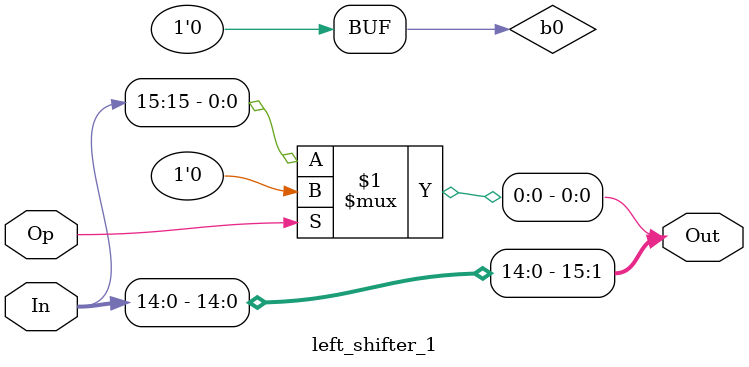
<source format=v>
/*
    shift/rotate the input to the left by one bit
    Op is 1, shift
    Op is 0, rotate
 */
module left_shifter_1 (In, Op, Out);
	parameter   N = 16;
   	parameter	B = 1;

   	input[N-1:0]    In;
   	input			Op;
   	output[N-1:0]   Out;

   	// B bits of 0
   	wire[B-1:0] b0 = {B{1'b0}};
    // shift/rotate the input by B bits
   	assign Out = {In[N-1-B:0], Op ? b0 : In[N-1:N-B]};
endmodule   
</source>
